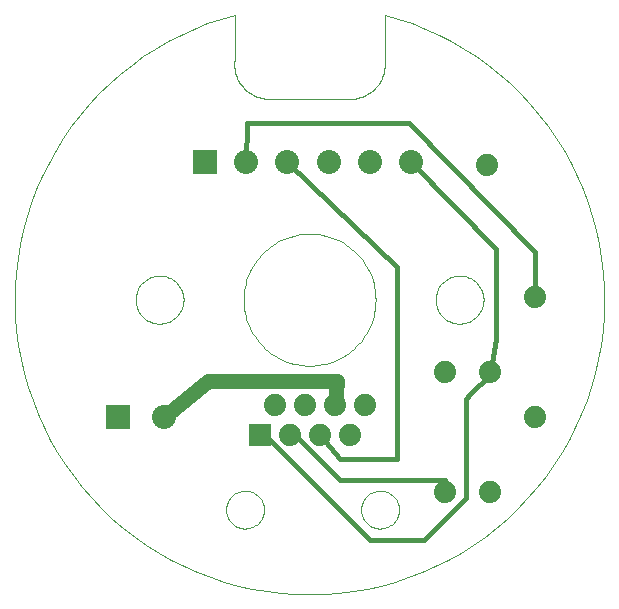
<source format=gtl>
G75*
G70*
%OFA0B0*%
%FSLAX24Y24*%
%IPPOS*%
%LPD*%
%AMOC8*
5,1,8,0,0,1.08239X$1,22.5*
%
%ADD10C,0.0010*%
%ADD11C,0.0000*%
%ADD12C,0.0740*%
%ADD13R,0.0740X0.0740*%
%ADD14R,0.0800X0.0800*%
%ADD15C,0.0800*%
%ADD16C,0.0150*%
%ADD17C,0.0060*%
%ADD18C,0.0160*%
%ADD19C,0.0500*%
D10*
X004134Y011402D02*
X004136Y011458D01*
X004142Y011515D01*
X004152Y011570D01*
X004166Y011625D01*
X004183Y011679D01*
X004205Y011731D01*
X004230Y011781D01*
X004258Y011830D01*
X004290Y011877D01*
X004325Y011921D01*
X004363Y011963D01*
X004404Y012002D01*
X004448Y012037D01*
X004494Y012070D01*
X004542Y012099D01*
X004592Y012125D01*
X004644Y012148D01*
X004698Y012166D01*
X004752Y012181D01*
X004807Y012192D01*
X004863Y012199D01*
X004920Y012202D01*
X004976Y012201D01*
X005033Y012196D01*
X005088Y012187D01*
X005143Y012174D01*
X005197Y012157D01*
X005250Y012137D01*
X005301Y012113D01*
X005350Y012085D01*
X005397Y012054D01*
X005442Y012020D01*
X005485Y011982D01*
X005524Y011942D01*
X005561Y011899D01*
X005594Y011854D01*
X005624Y011806D01*
X005651Y011756D01*
X005674Y011705D01*
X005694Y011652D01*
X005710Y011598D01*
X005722Y011542D01*
X005730Y011487D01*
X005734Y011430D01*
X005734Y011374D01*
X005730Y011317D01*
X005722Y011262D01*
X005710Y011206D01*
X005694Y011152D01*
X005674Y011099D01*
X005651Y011048D01*
X005624Y010998D01*
X005594Y010950D01*
X005561Y010905D01*
X005524Y010862D01*
X005485Y010822D01*
X005442Y010784D01*
X005397Y010750D01*
X005350Y010719D01*
X005301Y010691D01*
X005250Y010667D01*
X005197Y010647D01*
X005143Y010630D01*
X005088Y010617D01*
X005033Y010608D01*
X004976Y010603D01*
X004920Y010602D01*
X004863Y010605D01*
X004807Y010612D01*
X004752Y010623D01*
X004698Y010638D01*
X004644Y010656D01*
X004592Y010679D01*
X004542Y010705D01*
X004494Y010734D01*
X004448Y010767D01*
X004404Y010802D01*
X004363Y010841D01*
X004325Y010883D01*
X004290Y010927D01*
X004258Y010974D01*
X004230Y011023D01*
X004205Y011073D01*
X004183Y011125D01*
X004166Y011179D01*
X004152Y011234D01*
X004142Y011289D01*
X004136Y011346D01*
X004134Y011402D01*
X007734Y011402D02*
X007737Y011510D01*
X007745Y011618D01*
X007758Y011725D01*
X007776Y011831D01*
X007800Y011937D01*
X007829Y012041D01*
X007863Y012143D01*
X007901Y012244D01*
X007945Y012343D01*
X007994Y012439D01*
X008047Y012533D01*
X008105Y012624D01*
X008167Y012713D01*
X008233Y012798D01*
X008304Y012879D01*
X008378Y012958D01*
X008457Y013032D01*
X008538Y013103D01*
X008623Y013169D01*
X008712Y013231D01*
X008803Y013289D01*
X008897Y013342D01*
X008993Y013391D01*
X009092Y013435D01*
X009193Y013473D01*
X009295Y013507D01*
X009399Y013536D01*
X009505Y013560D01*
X009611Y013578D01*
X009718Y013591D01*
X009826Y013599D01*
X009934Y013602D01*
X010042Y013599D01*
X010150Y013591D01*
X010257Y013578D01*
X010363Y013560D01*
X010469Y013536D01*
X010573Y013507D01*
X010675Y013473D01*
X010776Y013435D01*
X010875Y013391D01*
X010971Y013342D01*
X011065Y013289D01*
X011156Y013231D01*
X011245Y013169D01*
X011330Y013103D01*
X011411Y013032D01*
X011490Y012958D01*
X011564Y012879D01*
X011635Y012798D01*
X011701Y012713D01*
X011763Y012624D01*
X011821Y012533D01*
X011874Y012439D01*
X011923Y012343D01*
X011967Y012244D01*
X012005Y012143D01*
X012039Y012041D01*
X012068Y011937D01*
X012092Y011831D01*
X012110Y011725D01*
X012123Y011618D01*
X012131Y011510D01*
X012134Y011402D01*
X012131Y011294D01*
X012123Y011186D01*
X012110Y011079D01*
X012092Y010973D01*
X012068Y010867D01*
X012039Y010763D01*
X012005Y010661D01*
X011967Y010560D01*
X011923Y010461D01*
X011874Y010365D01*
X011821Y010271D01*
X011763Y010180D01*
X011701Y010091D01*
X011635Y010006D01*
X011564Y009925D01*
X011490Y009846D01*
X011411Y009772D01*
X011330Y009701D01*
X011245Y009635D01*
X011156Y009573D01*
X011065Y009515D01*
X010971Y009462D01*
X010875Y009413D01*
X010776Y009369D01*
X010675Y009331D01*
X010573Y009297D01*
X010469Y009268D01*
X010363Y009244D01*
X010257Y009226D01*
X010150Y009213D01*
X010042Y009205D01*
X009934Y009202D01*
X009826Y009205D01*
X009718Y009213D01*
X009611Y009226D01*
X009505Y009244D01*
X009399Y009268D01*
X009295Y009297D01*
X009193Y009331D01*
X009092Y009369D01*
X008993Y009413D01*
X008897Y009462D01*
X008803Y009515D01*
X008712Y009573D01*
X008623Y009635D01*
X008538Y009701D01*
X008457Y009772D01*
X008378Y009846D01*
X008304Y009925D01*
X008233Y010006D01*
X008167Y010091D01*
X008105Y010180D01*
X008047Y010271D01*
X007994Y010365D01*
X007945Y010461D01*
X007901Y010560D01*
X007863Y010661D01*
X007829Y010763D01*
X007800Y010867D01*
X007776Y010973D01*
X007758Y011079D01*
X007745Y011186D01*
X007737Y011294D01*
X007734Y011402D01*
X007434Y020902D02*
X006973Y020768D01*
X006519Y020612D01*
X006073Y020434D01*
X005636Y020235D01*
X005210Y020014D01*
X004794Y019773D01*
X004391Y019512D01*
X004002Y019231D01*
X003626Y018932D01*
X003266Y018615D01*
X002921Y018280D01*
X002594Y017930D01*
X002283Y017563D01*
X001991Y017182D01*
X001718Y016787D01*
X001465Y016379D01*
X001232Y015959D01*
X001020Y015528D01*
X000829Y015088D01*
X000659Y014639D01*
X000512Y014181D01*
X000388Y013718D01*
X000286Y013248D01*
X000207Y012775D01*
X000152Y012298D01*
X000120Y011819D01*
X000111Y011339D01*
X000126Y010859D01*
X000164Y010380D01*
X000226Y009904D01*
X000311Y009431D01*
X000419Y008963D01*
X000549Y008501D01*
X000702Y008046D01*
X000877Y007599D01*
X001074Y007161D01*
X001291Y006733D01*
X001530Y006316D01*
X001789Y005912D01*
X002067Y005520D01*
X002363Y005143D01*
X002678Y004780D01*
X003011Y004434D01*
X003359Y004104D01*
X003724Y003791D01*
X004103Y003497D01*
X004496Y003221D01*
X004903Y002965D01*
X005321Y002730D01*
X005750Y002515D01*
X006190Y002321D01*
X006638Y002149D01*
X007094Y001999D01*
X007557Y001871D01*
X008025Y001766D01*
X008499Y001684D01*
X008975Y001626D01*
X009454Y001591D01*
X009934Y001579D01*
X010414Y001591D01*
X010893Y001626D01*
X011369Y001684D01*
X011843Y001766D01*
X012311Y001871D01*
X012774Y001999D01*
X013230Y002149D01*
X013678Y002321D01*
X014118Y002515D01*
X014547Y002730D01*
X014965Y002965D01*
X015372Y003221D01*
X015765Y003497D01*
X016144Y003791D01*
X016509Y004104D01*
X016857Y004434D01*
X017190Y004780D01*
X017505Y005143D01*
X017801Y005520D01*
X018079Y005912D01*
X018338Y006316D01*
X018577Y006733D01*
X018794Y007161D01*
X018991Y007599D01*
X019166Y008046D01*
X019319Y008501D01*
X019449Y008963D01*
X019557Y009431D01*
X019642Y009904D01*
X019704Y010380D01*
X019742Y010859D01*
X019757Y011339D01*
X019748Y011819D01*
X019716Y012298D01*
X019661Y012775D01*
X019582Y013248D01*
X019480Y013718D01*
X019356Y014181D01*
X019209Y014639D01*
X019039Y015088D01*
X018848Y015528D01*
X018636Y015959D01*
X018403Y016379D01*
X018150Y016787D01*
X017877Y017182D01*
X017585Y017563D01*
X017274Y017930D01*
X016947Y018280D01*
X016602Y018615D01*
X016242Y018932D01*
X015866Y019231D01*
X015477Y019512D01*
X015074Y019773D01*
X014658Y020014D01*
X014232Y020235D01*
X013795Y020434D01*
X013349Y020612D01*
X012895Y020768D01*
X012434Y020902D01*
X012434Y019402D01*
X012441Y019337D01*
X012444Y019272D01*
X012443Y019207D01*
X012439Y019142D01*
X012431Y019078D01*
X012419Y019014D01*
X012404Y018950D01*
X012385Y018888D01*
X012363Y018827D01*
X012338Y018767D01*
X012309Y018709D01*
X012277Y018652D01*
X012242Y018597D01*
X012203Y018545D01*
X012162Y018494D01*
X012118Y018446D01*
X012072Y018401D01*
X012023Y018358D01*
X011972Y018318D01*
X011918Y018281D01*
X011863Y018247D01*
X011806Y018216D01*
X011747Y018188D01*
X011686Y018164D01*
X011625Y018143D01*
X011562Y018126D01*
X011498Y018112D01*
X011434Y018102D01*
X008434Y018102D01*
X008370Y018112D01*
X008306Y018126D01*
X008243Y018143D01*
X008182Y018164D01*
X008121Y018188D01*
X008062Y018216D01*
X008005Y018247D01*
X007950Y018281D01*
X007896Y018318D01*
X007845Y018358D01*
X007796Y018401D01*
X007750Y018446D01*
X007706Y018494D01*
X007665Y018545D01*
X007626Y018597D01*
X007591Y018652D01*
X007559Y018709D01*
X007530Y018767D01*
X007505Y018827D01*
X007483Y018888D01*
X007464Y018950D01*
X007449Y019014D01*
X007437Y019078D01*
X007429Y019142D01*
X007425Y019207D01*
X007424Y019272D01*
X007427Y019337D01*
X007434Y019402D01*
X007434Y020902D01*
X014134Y011402D02*
X014136Y011458D01*
X014142Y011515D01*
X014152Y011570D01*
X014166Y011625D01*
X014183Y011679D01*
X014205Y011731D01*
X014230Y011781D01*
X014258Y011830D01*
X014290Y011877D01*
X014325Y011921D01*
X014363Y011963D01*
X014404Y012002D01*
X014448Y012037D01*
X014494Y012070D01*
X014542Y012099D01*
X014592Y012125D01*
X014644Y012148D01*
X014698Y012166D01*
X014752Y012181D01*
X014807Y012192D01*
X014863Y012199D01*
X014920Y012202D01*
X014976Y012201D01*
X015033Y012196D01*
X015088Y012187D01*
X015143Y012174D01*
X015197Y012157D01*
X015250Y012137D01*
X015301Y012113D01*
X015350Y012085D01*
X015397Y012054D01*
X015442Y012020D01*
X015485Y011982D01*
X015524Y011942D01*
X015561Y011899D01*
X015594Y011854D01*
X015624Y011806D01*
X015651Y011756D01*
X015674Y011705D01*
X015694Y011652D01*
X015710Y011598D01*
X015722Y011542D01*
X015730Y011487D01*
X015734Y011430D01*
X015734Y011374D01*
X015730Y011317D01*
X015722Y011262D01*
X015710Y011206D01*
X015694Y011152D01*
X015674Y011099D01*
X015651Y011048D01*
X015624Y010998D01*
X015594Y010950D01*
X015561Y010905D01*
X015524Y010862D01*
X015485Y010822D01*
X015442Y010784D01*
X015397Y010750D01*
X015350Y010719D01*
X015301Y010691D01*
X015250Y010667D01*
X015197Y010647D01*
X015143Y010630D01*
X015088Y010617D01*
X015033Y010608D01*
X014976Y010603D01*
X014920Y010602D01*
X014863Y010605D01*
X014807Y010612D01*
X014752Y010623D01*
X014698Y010638D01*
X014644Y010656D01*
X014592Y010679D01*
X014542Y010705D01*
X014494Y010734D01*
X014448Y010767D01*
X014404Y010802D01*
X014363Y010841D01*
X014325Y010883D01*
X014290Y010927D01*
X014258Y010974D01*
X014230Y011023D01*
X014205Y011073D01*
X014183Y011125D01*
X014166Y011179D01*
X014152Y011234D01*
X014142Y011289D01*
X014136Y011346D01*
X014134Y011402D01*
D11*
X011654Y004402D02*
X011656Y004452D01*
X011662Y004502D01*
X011672Y004551D01*
X011686Y004599D01*
X011703Y004646D01*
X011724Y004691D01*
X011749Y004735D01*
X011777Y004776D01*
X011809Y004815D01*
X011843Y004852D01*
X011880Y004886D01*
X011920Y004916D01*
X011962Y004943D01*
X012006Y004967D01*
X012052Y004988D01*
X012099Y005004D01*
X012147Y005017D01*
X012197Y005026D01*
X012246Y005031D01*
X012297Y005032D01*
X012347Y005029D01*
X012396Y005022D01*
X012445Y005011D01*
X012493Y004996D01*
X012539Y004978D01*
X012584Y004956D01*
X012627Y004930D01*
X012668Y004901D01*
X012707Y004869D01*
X012743Y004834D01*
X012775Y004796D01*
X012805Y004756D01*
X012832Y004713D01*
X012855Y004669D01*
X012874Y004623D01*
X012890Y004575D01*
X012902Y004526D01*
X012910Y004477D01*
X012914Y004427D01*
X012914Y004377D01*
X012910Y004327D01*
X012902Y004278D01*
X012890Y004229D01*
X012874Y004181D01*
X012855Y004135D01*
X012832Y004091D01*
X012805Y004048D01*
X012775Y004008D01*
X012743Y003970D01*
X012707Y003935D01*
X012668Y003903D01*
X012627Y003874D01*
X012584Y003848D01*
X012539Y003826D01*
X012493Y003808D01*
X012445Y003793D01*
X012396Y003782D01*
X012347Y003775D01*
X012297Y003772D01*
X012246Y003773D01*
X012197Y003778D01*
X012147Y003787D01*
X012099Y003800D01*
X012052Y003816D01*
X012006Y003837D01*
X011962Y003861D01*
X011920Y003888D01*
X011880Y003918D01*
X011843Y003952D01*
X011809Y003989D01*
X011777Y004028D01*
X011749Y004069D01*
X011724Y004113D01*
X011703Y004158D01*
X011686Y004205D01*
X011672Y004253D01*
X011662Y004302D01*
X011656Y004352D01*
X011654Y004402D01*
X007154Y004402D02*
X007156Y004452D01*
X007162Y004502D01*
X007172Y004551D01*
X007186Y004599D01*
X007203Y004646D01*
X007224Y004691D01*
X007249Y004735D01*
X007277Y004776D01*
X007309Y004815D01*
X007343Y004852D01*
X007380Y004886D01*
X007420Y004916D01*
X007462Y004943D01*
X007506Y004967D01*
X007552Y004988D01*
X007599Y005004D01*
X007647Y005017D01*
X007697Y005026D01*
X007746Y005031D01*
X007797Y005032D01*
X007847Y005029D01*
X007896Y005022D01*
X007945Y005011D01*
X007993Y004996D01*
X008039Y004978D01*
X008084Y004956D01*
X008127Y004930D01*
X008168Y004901D01*
X008207Y004869D01*
X008243Y004834D01*
X008275Y004796D01*
X008305Y004756D01*
X008332Y004713D01*
X008355Y004669D01*
X008374Y004623D01*
X008390Y004575D01*
X008402Y004526D01*
X008410Y004477D01*
X008414Y004427D01*
X008414Y004377D01*
X008410Y004327D01*
X008402Y004278D01*
X008390Y004229D01*
X008374Y004181D01*
X008355Y004135D01*
X008332Y004091D01*
X008305Y004048D01*
X008275Y004008D01*
X008243Y003970D01*
X008207Y003935D01*
X008168Y003903D01*
X008127Y003874D01*
X008084Y003848D01*
X008039Y003826D01*
X007993Y003808D01*
X007945Y003793D01*
X007896Y003782D01*
X007847Y003775D01*
X007797Y003772D01*
X007746Y003773D01*
X007697Y003778D01*
X007647Y003787D01*
X007599Y003800D01*
X007552Y003816D01*
X007506Y003837D01*
X007462Y003861D01*
X007420Y003888D01*
X007380Y003918D01*
X007343Y003952D01*
X007309Y003989D01*
X007277Y004028D01*
X007249Y004069D01*
X007224Y004113D01*
X007203Y004158D01*
X007186Y004205D01*
X007172Y004253D01*
X007162Y004302D01*
X007156Y004352D01*
X007154Y004402D01*
D12*
X009284Y006902D03*
X010284Y006902D03*
X011284Y006902D03*
X010784Y007902D03*
X009784Y007902D03*
X008784Y007902D03*
X011784Y007902D03*
X014434Y009002D03*
X015934Y009002D03*
X017434Y007502D03*
X015934Y005002D03*
X014434Y005002D03*
X017434Y011502D03*
X015834Y015902D03*
D13*
X008284Y006902D03*
D14*
X003564Y007502D03*
X006434Y016002D03*
D15*
X007812Y016002D03*
X009190Y016002D03*
X010568Y016002D03*
X011946Y016002D03*
X013324Y016002D03*
X005082Y007502D03*
D16*
X008284Y006902D02*
X008434Y006902D01*
X011934Y003402D01*
X010934Y005402D02*
X014434Y005402D01*
X014434Y005002D01*
X014434Y004902D01*
X012834Y006102D02*
X010934Y006102D01*
X010284Y006902D01*
X009434Y006902D02*
X009284Y006902D01*
X009434Y006902D02*
X010934Y005402D01*
X012834Y006102D02*
X012834Y012502D01*
X009190Y016002D01*
X007812Y016002D02*
X007834Y017302D01*
X013234Y017302D01*
X017434Y013002D01*
X017434Y011502D01*
X016134Y010102D02*
X016134Y013102D01*
X013324Y016002D01*
X013434Y015902D01*
X016134Y010102D02*
X015934Y008902D01*
X015284Y008252D01*
D17*
X015934Y008902D02*
X015934Y009002D01*
D18*
X015284Y008252D02*
X015134Y008102D01*
X015134Y004802D01*
X013734Y003402D01*
X011934Y003402D01*
D19*
X010784Y007902D02*
X010834Y008702D01*
X006534Y008702D01*
X005082Y007502D01*
M02*

</source>
